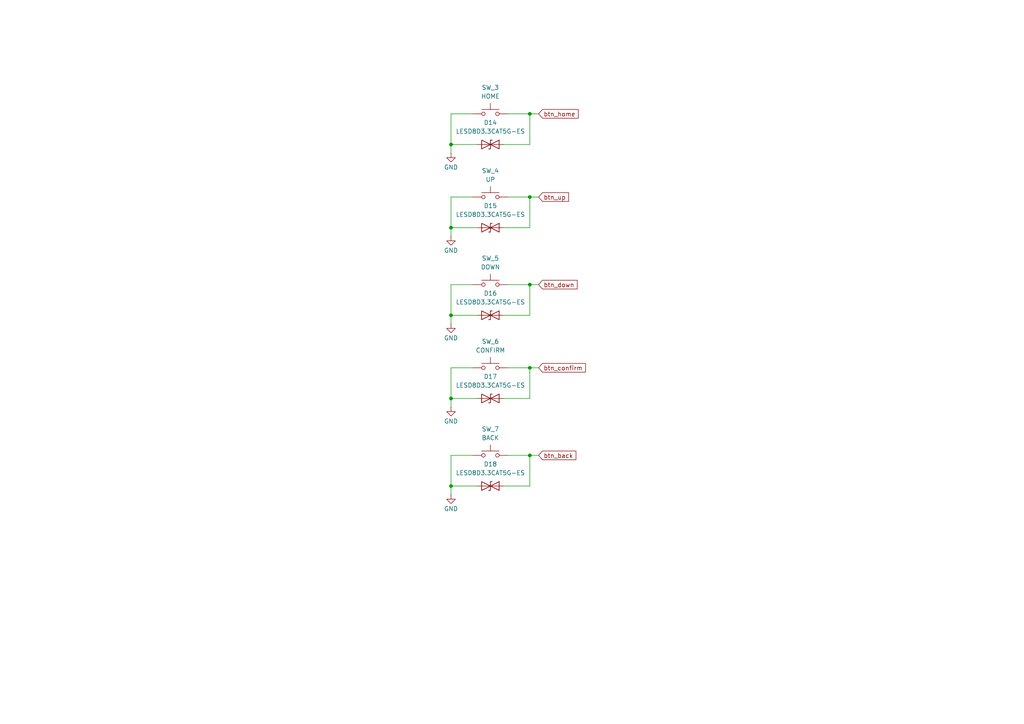
<source format=kicad_sch>
(kicad_sch (version 20231120) (generator "eeschema") (generator_version "8.0")
  (paper "A4")
  (lib_symbols
    (symbol "Diode:SD36_SOD323" (pin_numbers hide) (pin_names (offset 1.016) hide)
      (property "Reference" "D" (at 0 2.54 0))
      (property "Value" "SD36_SOD323" (at 0 -2.54 0))
      (symbol "SD36_SOD323_0_1"
        (polyline (pts (xy 1.27 0) (xy -1.27 0)))
        (polyline (pts (xy -2.54 -1.27) (xy 0 0) (xy -2.54 1.27) (xy -2.54 -1.27)) (stroke (width 0.2032)))
        (polyline (pts (xy 0.508 1.27) (xy 0 1.27) (xy 0 -1.27) (xy -0.508 -1.27)) (stroke (width 0.2032)))
        (polyline (pts (xy 2.54 1.27) (xy 2.54 -1.27) (xy 0 0) (xy 2.54 1.27)) (stroke (width 0.2032)))
      )
      (symbol "SD36_SOD323_1_1"
        (pin passive line (at -3.81 0 0) (length 2.54) (name "A1") (number "1"))
        (pin passive line (at 3.81 0 180) (length 2.54) (name "A2") (number "2"))
      )
    )
    (symbol "Switch:SW_Push" (pin_numbers hide) (pin_names (offset 1.016) hide)
      (property "Reference" "SW" (at 1.27 2.54 0))
      (property "Value" "SW_Push" (at 0 -1.524 0))
      (symbol "SW_Push_0_1"
        (circle (center -2.032 0) (radius 0.508))
        (polyline (pts (xy 0 1.27) (xy 0 3.048)))
        (polyline (pts (xy 2.54 1.27) (xy -2.54 1.27)))
        (circle (center 2.032 0) (radius 0.508))
        (pin passive line (at -5.08 0 0) (length 2.54) (name "1") (number "1"))
        (pin passive line (at 5.08 0 180) (length 2.54) (name "2") (number "2"))
      )
    )
    (symbol "power:GND" (power) (pin_numbers hide) (pin_names (offset 0) hide)
      (property "Value" "GND" (at 0 -3.81 0))
      (symbol "GND_0_1"
        (polyline (pts (xy 0 0) (xy 0 -1.27) (xy 1.27 -1.27) (xy 0 -2.54) (xy -1.27 -1.27) (xy 0 -1.27)))
      )
      (symbol "GND_1_1"
        (pin power_in line (at 0 0 270) (length 0) (name "~") (number "1"))
      )
    )
  )
  (junction (at 153.67 106.68))
  (junction (at 130.81 66.04))
  (junction (at 130.81 91.44))
  (junction (at 153.67 132.08))
  (junction (at 153.67 82.55))
  (junction (at 130.81 140.97))
  (junction (at 153.67 33.02))
  (junction (at 130.81 115.57))
  (junction (at 153.67 57.15))
  (junction (at 130.81 41.91))
  (wire (pts (xy 130.81 115.57) (xy 130.81 106.68)))
  (wire (pts (xy 153.67 132.08) (xy 156.21 132.08)))
  (wire (pts (xy 130.81 41.91) (xy 138.43 41.91)))
  (wire (pts (xy 130.81 33.02) (xy 137.16 33.02)))
  (wire (pts (xy 153.67 57.15) (xy 156.21 57.15)))
  (wire (pts (xy 130.81 66.04) (xy 138.43 66.04)))
  (wire (pts (xy 130.81 57.15) (xy 137.16 57.15)))
  (wire (pts (xy 147.32 106.68) (xy 153.67 106.68)))
  (wire (pts (xy 130.81 115.57) (xy 138.43 115.57)))
  (wire (pts (xy 147.32 82.55) (xy 153.67 82.55)))
  (wire (pts (xy 146.05 41.91) (xy 153.67 41.91)))
  (wire (pts (xy 130.81 44.45) (xy 130.81 41.91)))
  (wire (pts (xy 130.81 106.68) (xy 137.16 106.68)))
  (wire (pts (xy 146.05 66.04) (xy 153.67 66.04)))
  (wire (pts (xy 130.81 143.51) (xy 130.81 140.97)))
  (wire (pts (xy 147.32 57.15) (xy 153.67 57.15)))
  (wire (pts (xy 153.67 106.68) (xy 156.21 106.68)))
  (wire (pts (xy 130.81 68.58) (xy 130.81 66.04)))
  (wire (pts (xy 147.32 132.08) (xy 153.67 132.08)))
  (wire (pts (xy 153.67 91.44) (xy 153.67 82.55)))
  (wire (pts (xy 153.67 140.97) (xy 153.67 132.08)))
  (wire (pts (xy 130.81 91.44) (xy 130.81 82.55)))
  (wire (pts (xy 130.81 82.55) (xy 137.16 82.55)))
  (wire (pts (xy 153.67 82.55) (xy 156.21 82.55)))
  (wire (pts (xy 146.05 140.97) (xy 153.67 140.97)))
  (wire (pts (xy 147.32 33.02) (xy 153.67 33.02)))
  (wire (pts (xy 130.81 91.44) (xy 138.43 91.44)))
  (wire (pts (xy 130.81 118.11) (xy 130.81 115.57)))
  (wire (pts (xy 130.81 132.08) (xy 137.16 132.08)))
  (wire (pts (xy 130.81 140.97) (xy 138.43 140.97)))
  (wire (pts (xy 153.67 33.02) (xy 156.21 33.02)))
  (wire (pts (xy 130.81 41.91) (xy 130.81 33.02)))
  (wire (pts (xy 130.81 140.97) (xy 130.81 132.08)))
  (wire (pts (xy 153.67 41.91) (xy 153.67 33.02)))
  (wire (pts (xy 153.67 66.04) (xy 153.67 57.15)))
  (wire (pts (xy 146.05 115.57) (xy 153.67 115.57)))
  (wire (pts (xy 146.05 91.44) (xy 153.67 91.44)))
  (wire (pts (xy 153.67 115.57) (xy 153.67 106.68)))
  (wire (pts (xy 130.81 93.98) (xy 130.81 91.44)))
  (wire (pts (xy 130.81 66.04) (xy 130.81 57.15)))
  (global_label "btn_confirm" (shape input) (at 156.21 106.68 0) (property "Intersheetrefs" "${INTERSHEET_REFS}" (effects (hide yes))))
  (global_label "btn_home" (shape input) (at 156.21 33.02 0) (property "Intersheetrefs" "${INTERSHEET_REFS}" (effects (hide yes))))
  (global_label "btn_down" (shape input) (at 156.21 82.55 0) (property "Intersheetrefs" "${INTERSHEET_REFS}" (effects (hide yes))))
  (global_label "btn_back" (shape input) (at 156.21 132.08 0) (property "Intersheetrefs" "${INTERSHEET_REFS}" (effects (hide yes))))
  (global_label "btn_up" (shape input) (at 156.21 57.15 0) (property "Intersheetrefs" "${INTERSHEET_REFS}" (effects (hide yes))))
  (symbol (lib_id "power:GND") (at 130.81 44.45 0) (unit 1)
    (property "Reference" "#PWR031" (effects (hide yes)))
    (property "Value" "GND" (at 130.81 48.514 0))
    (property "Description" "Power symbol creates a global label with name \"GND\" , ground" (effects (hide yes)))
  )
  (symbol (lib_id "Switch:SW_Push") (at 142.24 82.55 0) (mirror y) (unit 1)
    (property "Reference" "SW_5" (at 142.24 74.93 0))
    (property "Value" "DOWN" (at 142.24 77.47 0))
    (property "Footprint" "Button_Switch_SMD:SW_SPST_TL3342" (effects (hide yes)))
    (property "Datasheet" "https://www.lcsc.com/datasheet/lcsc_datasheet_2304140030_XKB-Connection-TS-1187A-B-A-B_C318884.pdf" (effects (hide yes)))
    (property "Description" "Push button switch, generic, two pins" (effects (hide yes)))
    (property "LCSC" "C318884" (effects (hide yes)))
  )
  (symbol (lib_id "Switch:SW_Push") (at 142.24 132.08 0) (mirror y) (unit 1)
    (property "Reference" "SW_7" (at 142.24 124.46 0))
    (property "Value" "BACK" (at 142.24 127 0))
    (property "Footprint" "Button_Switch_SMD:SW_SPST_TL3342" (effects (hide yes)))
    (property "Datasheet" "https://www.lcsc.com/datasheet/lcsc_datasheet_2304140030_XKB-Connection-TS-1187A-B-A-B_C318884.pdf" (effects (hide yes)))
    (property "Description" "Push button switch, generic, two pins" (effects (hide yes)))
    (property "LCSC" "C318884" (effects (hide yes)))
  )
  (symbol (lib_id "Switch:SW_Push") (at 142.24 33.02 0) (mirror y) (unit 1)
    (property "Reference" "SW_3" (at 142.24 25.4 0))
    (property "Value" "HOME" (at 142.24 27.94 0))
    (property "Footprint" "Button_Switch_SMD:SW_SPST_TL3342" (effects (hide yes)))
    (property "Datasheet" "https://www.lcsc.com/datasheet/lcsc_datasheet_2304140030_XKB-Connection-TS-1187A-B-A-B_C318884.pdf" (effects (hide yes)))
    (property "Description" "Push button switch, generic, two pins" (effects (hide yes)))
    (property "LCSC" "C318884" (effects (hide yes)))
  )
  (symbol (lib_id "Diode:SD36_SOD323") (at 142.24 140.97 0) (unit 1)
    (property "Reference" "D18" (at 142.24 134.62 0))
    (property "Value" "LESD8D3.3CAT5G-ES" (at 142.24 137.16 0))
    (property "Footprint" "Diode_SMD:D_SOD-882" (effects (hide yes)))
    (property "Datasheet" "https://wmsc.lcsc.com/wmsc/upload/file/pdf/v2/lcsc/2210171700_ElecSuper-LESD8D3-3CAT5G-ES_C5199186.pdf" (effects (hide yes)))
    (property "Description" "6A 80W 10V 3.7V Bidirectional 3.3V DFN1006-2L ESD and Surge Protection (TVS/ESD) ROHS" (effects (hide yes)))
    (property "LCSC Part # " "C5199186" (effects (hide yes)))
  )
  (symbol (lib_id "power:GND") (at 130.81 93.98 0) (unit 1)
    (property "Reference" "#PWR033" (effects (hide yes)))
    (property "Value" "GND" (at 130.81 98.044 0))
    (property "Description" "Power symbol creates a global label with name \"GND\" , ground" (effects (hide yes)))
  )
  (symbol (lib_id "Diode:SD36_SOD323") (at 142.24 115.57 0) (unit 1)
    (property "Reference" "D17" (at 142.24 109.22 0))
    (property "Value" "LESD8D3.3CAT5G-ES" (at 142.24 111.76 0))
    (property "Footprint" "Diode_SMD:D_SOD-882" (effects (hide yes)))
    (property "Datasheet" "https://wmsc.lcsc.com/wmsc/upload/file/pdf/v2/lcsc/2210171700_ElecSuper-LESD8D3-3CAT5G-ES_C5199186.pdf" (effects (hide yes)))
    (property "Description" "6A 80W 10V 3.7V Bidirectional 3.3V DFN1006-2L ESD and Surge Protection (TVS/ESD) ROHS" (effects (hide yes)))
    (property "LCSC Part # " "C5199186" (effects (hide yes)))
  )
  (symbol (lib_id "Diode:SD36_SOD323") (at 142.24 91.44 0) (unit 1)
    (property "Reference" "D16" (at 142.24 85.09 0))
    (property "Value" "LESD8D3.3CAT5G-ES" (at 142.24 87.63 0))
    (property "Footprint" "Diode_SMD:D_SOD-882" (effects (hide yes)))
    (property "Datasheet" "https://wmsc.lcsc.com/wmsc/upload/file/pdf/v2/lcsc/2210171700_ElecSuper-LESD8D3-3CAT5G-ES_C5199186.pdf" (effects (hide yes)))
    (property "Description" "6A 80W 10V 3.7V Bidirectional 3.3V DFN1006-2L ESD and Surge Protection (TVS/ESD) ROHS" (effects (hide yes)))
    (property "LCSC Part # " "C5199186" (effects (hide yes)))
  )
  (symbol (lib_id "Switch:SW_Push") (at 142.24 106.68 0) (mirror y) (unit 1)
    (property "Reference" "SW_6" (at 142.24 99.06 0))
    (property "Value" "CONFIRM" (at 142.24 101.6 0))
    (property "Footprint" "Button_Switch_SMD:SW_SPST_TL3342" (effects (hide yes)))
    (property "Datasheet" "https://www.lcsc.com/datasheet/lcsc_datasheet_2304140030_XKB-Connection-TS-1187A-B-A-B_C318884.pdf" (effects (hide yes)))
    (property "Description" "Push button switch, generic, two pins" (effects (hide yes)))
    (property "LCSC" "C318884" (effects (hide yes)))
  )
  (symbol (lib_id "power:GND") (at 130.81 118.11 0) (unit 1)
    (property "Reference" "#PWR034" (effects (hide yes)))
    (property "Value" "GND" (at 130.81 122.174 0))
    (property "Description" "Power symbol creates a global label with name \"GND\" , ground" (effects (hide yes)))
  )
  (symbol (lib_id "Diode:SD36_SOD323") (at 142.24 41.91 0) (unit 1)
    (property "Reference" "D14" (at 142.24 35.56 0))
    (property "Value" "LESD8D3.3CAT5G-ES" (at 142.24 38.1 0))
    (property "Footprint" "Diode_SMD:D_SOD-882" (effects (hide yes)))
    (property "Datasheet" "https://wmsc.lcsc.com/wmsc/upload/file/pdf/v2/lcsc/2210171700_ElecSuper-LESD8D3-3CAT5G-ES_C5199186.pdf" (effects (hide yes)))
    (property "Description" "6A 80W 10V 3.7V Bidirectional 3.3V DFN1006-2L ESD and Surge Protection (TVS/ESD) ROHS" (effects (hide yes)))
    (property "LCSC Part # " "C5199186" (effects (hide yes)))
  )
  (symbol (lib_id "Switch:SW_Push") (at 142.24 57.15 0) (mirror y) (unit 1)
    (property "Reference" "SW_4" (at 142.24 49.53 0))
    (property "Value" "UP" (at 142.24 52.07 0))
    (property "Footprint" "Button_Switch_SMD:SW_SPST_TL3342" (effects (hide yes)))
    (property "Datasheet" "https://www.lcsc.com/datasheet/lcsc_datasheet_2304140030_XKB-Connection-TS-1187A-B-A-B_C318884.pdf" (effects (hide yes)))
    (property "Description" "Push button switch, generic, two pins" (effects (hide yes)))
    (property "LCSC" "C318884" (effects (hide yes)))
  )
  (symbol (lib_id "power:GND") (at 130.81 68.58 0) (unit 1)
    (property "Reference" "#PWR032" (effects (hide yes)))
    (property "Value" "GND" (at 130.81 72.644 0))
    (property "Description" "Power symbol creates a global label with name \"GND\" , ground" (effects (hide yes)))
  )
  (symbol (lib_id "Diode:SD36_SOD323") (at 142.24 66.04 0) (unit 1)
    (property "Reference" "D15" (at 142.24 59.69 0))
    (property "Value" "LESD8D3.3CAT5G-ES" (at 142.24 62.23 0))
    (property "Footprint" "Diode_SMD:D_SOD-882" (effects (hide yes)))
    (property "Datasheet" "https://wmsc.lcsc.com/wmsc/upload/file/pdf/v2/lcsc/2210171700_ElecSuper-LESD8D3-3CAT5G-ES_C5199186.pdf" (effects (hide yes)))
    (property "Description" "6A 80W 10V 3.7V Bidirectional 3.3V DFN1006-2L ESD and Surge Protection (TVS/ESD) ROHS" (effects (hide yes)))
    (property "LCSC Part # " "C5199186" (effects (hide yes)))
  )
  (symbol (lib_id "power:GND") (at 130.81 143.51 0) (unit 1)
    (property "Reference" "#PWR035" (effects (hide yes)))
    (property "Value" "GND" (at 130.81 147.574 0))
    (property "Description" "Power symbol creates a global label with name \"GND\" , ground" (effects (hide yes)))
  )
)
</source>
